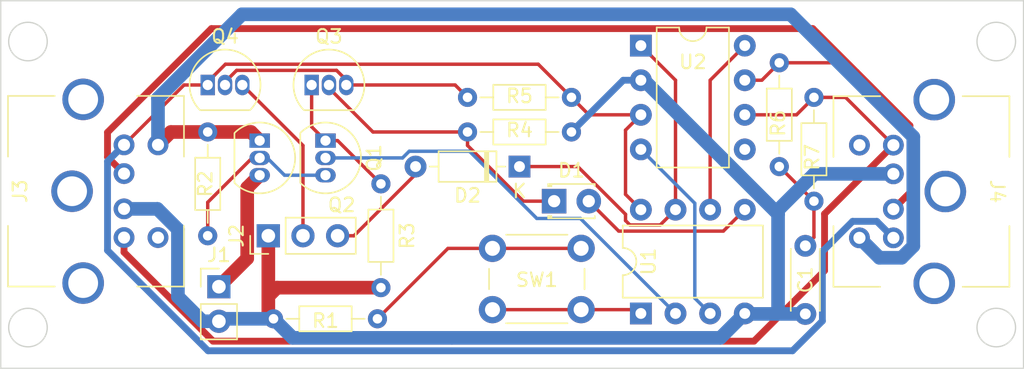
<source format=kicad_pcb>
(kicad_pcb (version 20211014) (generator pcbnew)
  (layers (0 "F.Cu" signal) (31 "B.Cu" signal) (34 "B.Paste" user) (35 "F.Paste" user) (36 "B.SilkS" user "B.Silkscreen") (37 "F.SilkS" user "F.Silkscreen") (38 "B.Mask" user) (39 "F.Mask" user) (44 "Edge.Cuts" user))
  (net 0 "")
  (net 1 "Net-(C1-Pad1)")
  (net 2 "SENSOR_SW")
  (net 3 "Net-(D2-Pad1)")
  (net 4 "SENSOR_OUT")
  (net 5 "GND")
  (net 6 "Net-(J2-Pad2)")
  (net 7 "Net-(Q1-Pad1)")
  (net 8 "OUTLET_SW")
  (net 9 "Net-(Q1-Pad3)")
  (net 10 "+12V")
  (net 11 "Net-(Q3-Pad3)")
  (net 12 "+5V")
  (net 13 "Net-(R1-Pad1)")
  (net 14 "CANH")
  (net 15 "CANL")
  (net 16 "Net-(SW1-Pad1)")
  (net 17 "Net-(U1-Pad3)")
  (net 18 "Net-(U1-Pad6)")
  (net 20 "Net-(D1-Pad2)")
  (net 21 "Net-(J1-Pad1)")
  (footprint "Connector_PinHeader_2.54mm:PinHeader_1x03_P2.54mm_Vertical" (layer "F.Cu") (at 47.625 48.26 90)
    (fp_text reference "J2" (at 0 -2.33 90) (layer "F.SilkS"))
    (fp_text value "Sensor")
    (fp_line (start -1.33 6.41) (end 1.33 6.41) (layer "F.SilkS") (width 0.12))
    (fp_line (start -1.33 0) (end -1.33 -1.33) (layer "F.SilkS") (width 0.12))
    (fp_line (start 1.33 1.27) (end 1.33 6.41) (layer "F.SilkS") (width 0.12))
    (fp_line (start -1.33 -1.33) (end 0 -1.33) (layer "F.SilkS") (width 0.12))
    (fp_line (start -1.33 1.27) (end -1.33 6.41) (layer "F.SilkS") (width 0.12))
    (fp_line (start -1.33 1.27) (end 1.33 1.27) (layer "F.SilkS") (width 0.12))
    (pad "1" thru_hole rect (at 0 0 90) (size 1.7 1.7) (drill 1) (layers *.Cu *.Mask) (net 5 "GND"))
    (pad "2" thru_hole oval (at 0 2.54 90) (size 1.7 1.7) (drill 1) (layers *.Cu *.Mask) (net 6 "Net-(J2-Pad2)"))
    (pad "3" thru_hole oval (at 0 5.08 90) (size 1.7 1.7) (drill 1) (layers *.Cu *.Mask) (net 4 "SENSOR_OUT"))
  )
  (footprint "Package_DIP:DIP-8_W7.62mm" (layer "F.Cu") (at 74.94 53.965 90)
    (fp_text reference "U1" (at 3.81 0.56 90) (layer "F.SilkS"))
    (fp_text value "ATtiny85V-10P")
    (fp_line (start 6.46 8.95) (end 6.46 -1.33) (layer "F.SilkS") (width 0.12))
    (fp_line (start 1.16 -1.33) (end 1.16 8.95) (layer "F.SilkS") (width 0.12))
    (fp_line (start 2.81 -1.33) (end 1.16 -1.33) (layer "F.SilkS") (width 0.12))
    (fp_line (start 6.46 -1.33) (end 4.81 -1.33) (layer "F.SilkS") (width 0.12))
    (fp_line (start 1.16 8.95) (end 6.46 8.95) (layer "F.SilkS") (width 0.12))
    (fp_arc (start 4.81 -1.33) (mid 3.81 -0.33) (end 2.81 -1.33) (layer "F.SilkS") (width 0.12))
    (pad "1" thru_hole rect (at 0 0 90) (size 1.6 1.6) (drill 0.8) (layers *.Cu *.Mask) (net 16 "Net-(SW1-Pad1)"))
    (pad "2" thru_hole oval (at 0 2.54 90) (size 1.6 1.6) (drill 0.8) (layers *.Cu *.Mask) (net 8 "OUTLET_SW"))
    (pad "3" thru_hole oval (at 0 5.08 90) (size 1.6 1.6) (drill 0.8) (layers *.Cu *.Mask) (net 17 "Net-(U1-Pad3)"))
    (pad "4" thru_hole oval (at 0 7.62 90) (size 1.6 1.6) (drill 0.8) (layers *.Cu *.Mask) (net 5 "GND"))
    (pad "5" thru_hole oval (at 7.62 7.62 90) (size 1.6 1.6) (drill 0.8) (layers *.Cu *.Mask) (net 20 "Net-(D1-Pad2)"))
    (pad "6" thru_hole oval (at 7.62 5.08 90) (size 1.6 1.6) (drill 0.8) (layers *.Cu *.Mask) (net 18 "Net-(U1-Pad6)"))
    (pad "7" thru_hole oval (at 7.62 2.54 90) (size 1.6 1.6) (drill 0.8) (layers *.Cu *.Mask) (net 3 "Net-(D2-Pad1)"))
    (pad "8" thru_hole oval (at 7.62 0 90) (size 1.6 1.6) (drill 0.8) (layers *.Cu *.Mask) (net 12 "+5V"))
  )
  (footprint "Package_TO_SOT_THT:TO-92_Inline" (layer "F.Cu") (at 46.99 41.275 -90)
    (fp_text reference "Q2" (at 4.725 -6.01 180) (layer "F.SilkS"))
    (fp_text value "S8550")
    (fp_line (start -0.53 1.85) (end 3.07 1.85) (layer "F.SilkS") (width 0.12))
    (fp_arc (start 1.27 -2.6) (mid 3.672087 -0.994977) (end 3.108478 1.838478) (layer "F.SilkS") (width 0.12))
    (fp_arc (start -0.568478 1.838478) (mid -1.132087 -0.994977) (end 1.27 -2.6) (layer "F.SilkS") (width 0.12))
    (pad "1" thru_hole rect (at 0 0 270) (size 1.05 1.5) (drill 0.75) (layers *.Cu *.Mask) (net 10 "+12V"))
    (pad "2" thru_hole oval (at 1.27 0 270) (size 1.05 1.5) (drill 0.75) (layers *.Cu *.Mask) (net 9 "Net-(Q1-Pad3)"))
    (pad "3" thru_hole oval (at 2.54 0 270) (size 1.05 1.5) (drill 0.75) (layers *.Cu *.Mask) (net 21 "Net-(J1-Pad1)"))
  )
  (footprint "Footprints:Connector_MiniDIN_6" (layer "F.Cu") (at 97.265 45.01 -90)
    (fp_text reference "J4" (at 0 -3.81 -90 unlocked) (layer "F.SilkS"))
    (fp_text value "Mini-DIN-6")
    (fp_line (start 2.54 -4.699) (end 6.9977 -4.699) (layer "F.SilkS") (width 0.12))
    (fp_line (start 6.9977 8.2042) (end 2.54 8.2042) (layer "F.SilkS") (width 0.12))
    (fp_line (start 6.9977 8.2042) (end 6.9977 4.7752) (layer "F.SilkS") (width 0.12))
    (fp_line (start -6.9977 8.2042) (end -6.9977 4.7752) (layer "F.SilkS") (width 0.12))
    (fp_line (start -2.54 -4.699) (end -6.9977 -4.699) (layer "F.SilkS") (width 0.12))
    (fp_line (start 6.9977 -1.27) (end 6.9977 -4.699) (layer "F.SilkS") (width 0.12))
    (fp_line (start -2.54 8.2042) (end -6.9977 8.2042) (layer "F.SilkS") (width 0.12))
    (fp_line (start -6.9977 -1.27) (end -6.9977 -4.699) (layer "F.SilkS") (width 0.12))
    (pad "" thru_hole circle (at 0 0 270) (size 3.048 3.048) (drill 2.1844) (layers *.Cu *.Mask))
    (pad "" thru_hole circle (at 6.7437 0.8128 270) (size 3.048 3.048) (drill 2.1844) (layers *.Cu *.Mask))
    (pad "" thru_hole circle (at -6.7437 0.8128 270) (size 3.048 3.048) (drill 2.1844) (layers *.Cu *.Mask))
    (pad "1" thru_hole circle (at -1.2954 3.81 270) (size 1.524 1.524) (drill 0.889) (layers *.Cu *.Mask) (net 5 "GND"))
    (pad "2" thru_hole circle (at 1.2954 3.81 270) (size 1.524 1.524) (drill 0.889) (layers *.Cu *.Mask) (net 14 "CANH"))
    (pad "3" thru_hole circle (at -3.4036 3.81 270) (size 1.524 1.524) (drill 0.889) (layers *.Cu *.Mask) (net 15 "CANL"))
    (pad "4" thru_hole circle (at 3.4036 3.81 270) (size 1.524 1.524) (drill 0.889) (layers *.Cu *.Mask) (net 12 "+5V"))
    (pad "5" thru_hole circle (at -3.4036 6.2992 270) (size 1.524 1.524) (drill 0.889) (layers *.Cu *.Mask))
    (pad "6" thru_hole circle (at 3.4036 6.2992 270) (size 1.524 1.524) (drill 0.889) (layers *.Cu *.Mask) (net 10 "+12V"))
  )
  (footprint "Button_Switch_THT:SW_PUSH_6mm" (layer "F.Cu") (at 70.56 53.685 180)
    (fp_text reference "SW1" (at 3.25 2.185) (layer "F.SilkS"))
    (fp_text value "SW_Reset")
    (fp_line (start 1 5.5) (end 5.5 5.5) (layer "F.SilkS") (width 0.12))
    (fp_line (start 6.75 3) (end 6.75 1.5) (layer "F.SilkS") (width 0.12))
    (fp_line (start -0.25 1.5) (end -0.25 3) (layer "F.SilkS") (width 0.12))
    (fp_line (start 5.5 -1) (end 1 -1) (layer "F.SilkS") (width 0.12))
    (pad "1" thru_hole circle (at 6.5 0 270) (size 2 2) (drill 1.1) (layers *.Cu *.Mask) (net 16 "Net-(SW1-Pad1)"))
    (pad "1" thru_hole circle (at 0 0 270) (size 2 2) (drill 1.1) (layers *.Cu *.Mask) (net 16 "Net-(SW1-Pad1)"))
    (pad "2" thru_hole circle (at 0 4.5 270) (size 2 2) (drill 1.1) (layers *.Cu *.Mask) (net 13 "Net-(R1-Pad1)"))
    (pad "2" thru_hole circle (at 6.5 4.5 270) (size 2 2) (drill 1.1) (layers *.Cu *.Mask) (net 13 "Net-(R1-Pad1)"))
  )
  (footprint "Package_DIP:DIP-8_W7.62mm" (layer "F.Cu") (at 74.94 34.3)
    (fp_text reference "U2" (at 3.81 1.2) (layer "F.SilkS"))
    (fp_text value "MCP2561-E-P")
    (fp_line (start 6.46 -1.33) (end 4.81 -1.33) (layer "F.SilkS") (width 0.12))
    (fp_line (start 2.81 -1.33) (end 1.16 -1.33) (layer "F.SilkS") (width 0.12))
    (fp_line (start 6.46 8.95) (end 6.46 -1.33) (layer "F.SilkS") (width 0.12))
    (fp_line (start 1.16 -1.33) (end 1.16 8.95) (layer "F.SilkS") (width 0.12))
    (fp_line (start 1.16 8.95) (end 6.46 8.95) (layer "F.SilkS") (width 0.12))
    (fp_arc (start 4.81 -1.33) (mid 3.81 -0.33) (end 2.81 -1.33) (layer "F.SilkS") (width 0.12))
    (pad "1" thru_hole rect (at 0 0) (size 1.6 1.6) (drill 0.8) (layers *.Cu *.Mask) (net 3 "Net-(D2-Pad1)"))
    (pad "2" thru_hole oval (at 0 2.54) (size 1.6 1.6) (drill 0.8) (layers *.Cu *.Mask) (net 5 "GND"))
    (pad "3" thru_hole oval (at 0 5.08) (size 1.6 1.6) (drill 0.8) (layers *.Cu *.Mask) (net 12 "+5V"))
    (pad "4" thru_hole oval (at 0 7.62) (size 1.6 1.6) (drill 0.8) (layers *.Cu *.Mask) (net 17 "Net-(U1-Pad3)"))
    (pad "5" thru_hole oval (at 7.62 7.62) (size 1.6 1.6) (drill 0.8) (layers *.Cu *.Mask))
    (pad "6" thru_hole oval (at 7.62 5.08) (size 1.6 1.6) (drill 0.8) (layers *.Cu *.Mask) (net 15 "CANL"))
    (pad "7" thru_hole oval (at 7.62 2.54) (size 1.6 1.6) (drill 0.8) (layers *.Cu *.Mask) (net 14 "CANH"))
    (pad "8" thru_hole oval (at 7.62 0) (size 1.6 1.6) (drill 0.8) (layers *.Cu *.Mask) (net 18 "Net-(U1-Pad6)"))
  )
  (footprint "Package_TO_SOT_THT:TO-92_Inline" (layer "F.Cu") (at 51.816 41.275 -90)
    (fp_text reference "Q1" (at 1.27 -3.56 90) (layer "F.SilkS"))
    (fp_text value "2N3904")
    (fp_line (start -0.53 1.85) (end 3.07 1.85) (layer "F.SilkS") (width 0.12))
    (fp_arc (start -0.568478 1.838478) (mid -1.132087 -0.994977) (end 1.27 -2.6) (layer "F.SilkS") (width 0.12))
    (fp_arc (start 1.27 -2.6) (mid 3.672087 -0.994977) (end 3.108478 1.838478) (layer "F.SilkS") (width 0.12))
    (pad "1" thru_hole rect (at 0 0 270) (size 1.05 1.5) (drill 0.75) (layers *.Cu *.Mask) (net 7 "Net-(Q1-Pad1)"))
    (pad "2" thru_hole oval (at 1.27 0 270) (size 1.05 1.5) (drill 0.75) (layers *.Cu *.Mask) (net 8 "OUTLET_SW"))
    (pad "3" thru_hole oval (at 2.54 0 270) (size 1.05 1.5) (drill 0.75) (layers *.Cu *.Mask) (net 9 "Net-(Q1-Pad3)"))
  )
  (footprint "Resistor_THT:R_Axial_DIN0204_L3.6mm_D1.6mm_P7.62mm_Horizontal" (layer "F.Cu") (at 87.63 45.72 90)
    (fp_text reference "R7" (at 3.22 -0.13 90) (layer "F.SilkS"))
    (fp_text value "60")
    (fp_line (start 1.89 0.92) (end 5.73 0.92) (layer "F.SilkS") (width 0.12))
    (fp_line (start 5.73 0.92) (end 5.73 -0.92) (layer "F.SilkS") (width 0.12))
    (fp_line (start 0.94 0) (end 1.89 0) (layer "F.SilkS") (width 0.12))
    (fp_line (start 1.89 -0.92) (end 1.89 0.92) (layer "F.SilkS") (width 0.12))
    (fp_line (start 6.68 0) (end 5.73 0) (layer "F.SilkS") (width 0.12))
    (fp_line (start 5.73 -0.92) (end 1.89 -0.92) (layer "F.SilkS") (width 0.12))
    (pad "1" thru_hole circle (at 0 0 90) (size 1.4 1.4) (drill 0.7) (layers *.Cu *.Mask) (net 1 "Net-(C1-Pad1)"))
    (pad "2" thru_hole oval (at 7.62 0 90) (size 1.4 1.4) (drill 0.7) (layers *.Cu *.Mask) (net 15 "CANL"))
  )
  (footprint "Resistor_THT:R_Axial_DIN0204_L3.6mm_D1.6mm_P7.62mm_Horizontal" (layer "F.Cu") (at 85.09 35.56 -90)
    (fp_text reference "R6" (at 4.44 0.09 90) (layer "F.SilkS"))
    (fp_text value "60")
    (fp_line (start 5.73 0.92) (end 5.73 -0.92) (layer "F.SilkS") (width 0.12))
    (fp_line (start 6.68 0) (end 5.73 0) (layer "F.SilkS") (width 0.12))
    (fp_line (start 1.89 -0.92) (end 1.89 0.92) (layer "F.SilkS") (width 0.12))
    (fp_line (start 0.94 0) (end 1.89 0) (layer "F.SilkS") (width 0.12))
    (fp_line (start 1.89 0.92) (end 5.73 0.92) (layer "F.SilkS") (width 0.12))
    (fp_line (start 5.73 -0.92) (end 1.89 -0.92) (layer "F.SilkS") (width 0.12))
    (pad "1" thru_hole circle (at 0 0 270) (size 1.4 1.4) (drill 0.7) (layers *.Cu *.Mask) (net 14 "CANH"))
    (pad "2" thru_hole oval (at 7.62 0 270) (size 1.4 1.4) (drill 0.7) (layers *.Cu *.Mask) (net 1 "Net-(C1-Pad1)"))
  )
  (footprint "LED_THT:LED_D1.8mm_W3.3mm_H2.4mm" (layer "F.Cu") (at 68.58 45.72)
    (fp_text reference "D1" (at 1.27 -2.26) (layer "F.SilkS"))
    (fp_text value "LED")
    (fp_line (start -0.44 1.08) (end -0.44 1.26) (layer "F.SilkS") (width 0.12))
    (fp_line (start 2.98 1.095) (end 2.98 1.26) (layer "F.SilkS") (width 0.12))
    (fp_line (start -0.44 -1.26) (end 2.98 -1.26) (layer "F.SilkS") (width 0.12))
    (fp_line (start -0.32 -1.26) (end -0.32 -1.08) (layer "F.SilkS") (width 0.12))
    (fp_line (start -0.2 1.08) (end -0.2 1.26) (layer "F.SilkS") (width 0.12))
    (fp_line (start -0.44 1.26) (end 2.98 1.26) (layer "F.SilkS") (width 0.12))
    (fp_line (start -0.2 -1.26) (end -0.2 -1.08) (layer "F.SilkS") (width 0.12))
    (fp_line (start -0.32 1.08) (end -0.32 1.26) (layer "F.SilkS") (width 0.12))
    (fp_line (start 2.98 -1.26) (end 2.98 -1.095) (layer "F.SilkS") (width 0.12))
    (fp_line (start -0.44 -1.26) (end -0.44 -1.08) (layer "F.SilkS") (width 0.12))
    (pad "1" thru_hole rect (at 0 0) (size 1.8 1.8) (drill 0.9) (layers *.Cu *.Mask) (net 2 "SENSOR_SW"))
    (pad "2" thru_hole circle (at 2.54 0) (size 1.8 1.8) (drill 0.9) (layers *.Cu *.Mask) (net 20 "Net-(D1-Pad2)"))
  )
  (footprint "Resistor_THT:R_Axial_DIN0204_L3.6mm_D1.6mm_P7.62mm_Horizontal" (layer "F.Cu") (at 62.23 40.64)
    (fp_text reference "R4" (at 3.81 -0.14) (layer "F.SilkS"))
    (fp_text value "1k")
    (fp_line (start 1.89 -0.92) (end 1.89 0.92) (layer "F.SilkS") (width 0.12))
    (fp_line (start 5.73 0.92) (end 5.73 -0.92) (layer "F.SilkS") (width 0.12))
    (fp_line (start 6.68 0) (end 5.73 0) (layer "F.SilkS") (width 0.12))
    (fp_line (start 1.89 0.92) (end 5.73 0.92) (layer "F.SilkS") (width 0.12))
    (fp_line (start 0.94 0) (end 1.89 0) (layer "F.SilkS") (width 0.12))
    (fp_line (start 5.73 -0.92) (end 1.89 -0.92) (layer "F.SilkS") (width 0.12))
    (pad "1" thru_hole circle (at 0 0) (size 1.4 1.4) (drill 0.7) (layers *.Cu *.Mask) (net 2 "SENSOR_SW"))
    (pad "2" thru_hole oval (at 7.62 0) (size 1.4 1.4) (drill 0.7) (layers *.Cu *.Mask) (net 5 "GND"))
  )
  (footprint "Package_TO_SOT_THT:TO-92_Inline" (layer "F.Cu") (at 50.8 37.19)
    (fp_text reference "Q3" (at 1.27 -3.56) (layer "F.SilkS"))
    (fp_text value "2N3904")
    (fp_line (start -0.53 1.85) (end 3.07 1.85) (layer "F.SilkS") (width 0.12))
    (fp_arc (start -0.568478 1.838478) (mid -1.132087 -0.994977) (end 1.27 -2.6) (layer "F.SilkS") (width 0.12))
    (fp_arc (start 1.27 -2.6) (mid 3.672087 -0.994977) (end 3.108478 1.838478) (layer "F.SilkS") (width 0.12))
    (pad "1" thru_hole rect (at 0 0) (size 1.05 1.5) (drill 0.75) (layers *.Cu *.Mask) (net 7 "Net-(Q1-Pad1)"))
    (pad "2" thru_hole oval (at 1.27 0) (size 1.05 1.5) (drill 0.75) (layers *.Cu *.Mask) (net 2 "SENSOR_SW"))
    (pad "3" thru_hole oval (at 2.54 0) (size 1.05 1.5) (drill 0.75) (layers *.Cu *.Mask) (net 11 "Net-(Q3-Pad3)"))
  )
  (footprint "Package_TO_SOT_THT:TO-92_Inline" (layer "F.Cu") (at 43.18 37.19)
    (fp_text reference "Q4" (at 1.27 -3.56) (layer "F.SilkS"))
    (fp_text value "S8550")
    (fp_line (start -0.53 1.85) (end 3.07 1.85) (layer "F.SilkS") (width 0.12))
    (fp_arc (start -0.568478 1.838478) (mid -1.132087 -0.994977) (end 1.27 -2.6) (layer "F.SilkS") (width 0.12))
    (fp_arc (start 1.27 -2.6) (mid 3.672087 -0.994977) (end 3.108478 1.838478) (layer "F.SilkS") (width 0.12))
    (pad "1" thru_hole rect (at 0 0) (size 1.05 1.5) (drill 0.75) (layers *.Cu *.Mask) (net 12 "+5V"))
    (pad "2" thru_hole oval (at 1.27 0) (size 1.05 1.5) (drill 0.75) (layers *.Cu *.Mask) (net 11 "Net-(Q3-Pad3)"))
    (pad "3" thru_hole oval (at 2.54 0) (size 1.05 1.5) (drill 0.75) (layers *.Cu *.Mask) (net 6 "Net-(J2-Pad2)"))
  )
  (footprint "Resistor_THT:R_Axial_DIN0204_L3.6mm_D1.6mm_P7.62mm_Horizontal" (layer "F.Cu") (at 55.88 44.45 -90)
    (fp_text reference "R3" (at 3.81 -1.92 90) (layer "F.SilkS"))
    (fp_text value "300")
    (fp_line (start 5.73 -0.92) (end 1.89 -0.92) (layer "F.SilkS") (width 0.12))
    (fp_line (start 5.73 0.92) (end 5.73 -0.92) (layer "F.SilkS") (width 0.12))
    (fp_line (start 1.89 -0.92) (end 1.89 0.92) (layer "F.SilkS") (width 0.12))
    (fp_line (start 1.89 0.92) (end 5.73 0.92) (layer "F.SilkS") (width 0.12))
    (fp_line (start 6.68 0) (end 5.73 0) (layer "F.SilkS") (width 0.12))
    (fp_line (start 0.94 0) (end 1.89 0) (layer "F.SilkS") (width 0.12))
    (pad "1" thru_hole circle (at 0 0 270) (size 1.4 1.4) (drill 0.7) (layers *.Cu *.Mask) (net 7 "Net-(Q1-Pad1)"))
    (pad "2" thru_hole oval (at 7.62 0 270) (size 1.4 1.4) (drill 0.7) (layers *.Cu *.Mask) (net 5 "GND"))
  )
  (footprint "Resistor_THT:R_Axial_DIN0204_L3.6mm_D1.6mm_P7.62mm_Horizontal" (layer "F.Cu") (at 62.23 38.1)
    (fp_text reference "R5" (at 3.81 -0.1) (layer "F.SilkS"))
    (fp_text value "10k")
    (fp_line (start 5.73 0.92) (end 5.73 -0.92) (layer "F.SilkS") (width 0.12))
    (fp_line (start 1.89 0.92) (end 5.73 0.92) (layer "F.SilkS") (width 0.12))
    (fp_line (start 6.68 0) (end 5.73 0) (layer "F.SilkS") (width 0.12))
    (fp_line (start 0.94 0) (end 1.89 0) (layer "F.SilkS") (width 0.12))
    (fp_line (start 5.73 -0.92) (end 1.89 -0.92) (layer "F.SilkS") (width 0.12))
    (fp_line (start 1.89 -0.92) (end 1.89 0.92) (layer "F.SilkS") (width 0.12))
    (pad "1" thru_hole circle (at 0 0) (size 1.4 1.4) (drill 0.7) (layers *.Cu *.Mask) (net 11 "Net-(Q3-Pad3)"))
    (pad "2" thru_hole oval (at 7.62 0) (size 1.4 1.4) (drill 0.7) (layers *.Cu *.Mask) (net 12 "+5V"))
  )
  (footprint "Connector_PinHeader_2.54mm:PinHeader_1x02_P2.54mm_Vertical" (layer "F.Cu") (at 44 52)
    (fp_text reference "J1" (at 0 -2.33) (layer "F.SilkS"))
    (fp_text value "Conn_01x02_Male")
    (fp_line (start 1.33 1.27) (end 1.33 3.87) (layer "F.SilkS") (width 0.12))
    (fp_line (start -1.33 1.27) (end -1.33 3.87) (layer "F.SilkS") (width 0.12))
    (fp_line (start -1.33 -1.33) (end 0 -1.33) (layer "F.SilkS") (width 0.12))
    (fp_line (start -1.33 0) (end -1.33 -1.33) (layer "F.SilkS") (width 0.12))
    (fp_line (start -1.33 1.27) (end 1.33 1.27) (layer "F.SilkS") (width 0.12))
    (fp_line (start -1.33 3.87) (end 1.33 3.87) (layer "F.SilkS") (width 0.12))
    (pad "1" thru_hole rect (at 0 0) (size 1.7 1.7) (drill 1) (layers *.Cu *.Mask) (net 21 "Net-(J1-Pad1)"))
    (pad "2" thru_hole oval (at 0 2.54) (size 1.7 1.7) (drill 1) (layers *.Cu *.Mask) (net 5 "GND"))
  )
  (footprint "Footprints:Connector_MiniDIN_6" (layer "F.Cu") (at 33.235 44.99 90)
    (fp_text reference "J3" (at 0 -3.81 90 unlocked) (layer "F.SilkS"))
    (fp_text value "Mini-DIN-6")
    (fp_line (start -2.54 -4.699) (end -6.9977 -4.699) (layer "F.SilkS") (width 0.12))
    (fp_line (start -6.9977 -1.27) (end -6.9977 -4.699) (layer "F.SilkS") (width 0.12))
    (fp_line (start -2.54 8.2042) (end -6.9977 8.2042) (layer "F.SilkS") (width 0.12))
    (fp_line (start -6.9977 8.2042) (end -6.9977 4.7752) (layer "F.SilkS") (width 0.12))
    (fp_line (start 6.9977 8.2042) (end 2.54 8.2042) (layer "F.SilkS") (width 0.12))
    (fp_line (start 6.9977 -1.27) (end 6.9977 -4.699) (layer "F.SilkS") (width 0.12))
    (fp_line (start 6.9977 8.2042) (end 6.9977 4.7752) (layer "F.SilkS") (width 0.12))
    (fp_line (start 2.54 -4.699) (end 6.9977 -4.699) (layer "F.SilkS") (width 0.12))
    (pad "" thru_hole circle (at 0 0 90) (size 3.048 3.048) (drill 2.1844) (layers *.Cu *.Mask))
    (pad "" thru_hole circle (at -6.7437 0.8128 90) (size 3.048 3.048) (drill 2.1844) (layers *.Cu *.Mask))
    (pad "" thru_hole circle (at 6.7437 0.8128 90) (size 3.048 3.048) (drill 2.1844) (layers *.Cu *.Mask))
    (pad "1" thru_hole circle (at -1.2954 3.81 90) (size 1.524 1.524) (drill 0.889) (layers *.Cu *.Mask) (net 5 "GND"))
    (pad "2" thru_hole circle (at 1.2954 3.81 90) (size 1.524 1.524) (drill 0.889) (layers *.Cu *.Mask) (net 14 "CANH"))
    (pad "3" thru_hole circle (at -3.4036 3.81 90) (size 1.524 1.524) (drill 0.889) (layers *.Cu *.Mask) (net 15 "CANL"))
    (pad "4" thru_hole circle (at 3.4036 3.81 90) (size 1.524 1.524) (drill 0.889) (layers *.Cu *.Mask) (net 12 "+5V"))
    (pad "5" thru_hole circle (at -3.4036 6.2992 90) (size 1.524 1.524) (drill 0.889) (layers *.Cu *.Mask))
    (pad "6" thru_hole circle (at 3.4036 6.2992 90) (size 1.524 1.524) (drill 0.889) (layers *.Cu *.Mask) (net 10 "+12V"))
  )
  (footprint "Resistor_THT:R_Axial_DIN0204_L3.6mm_D1.6mm_P7.62mm_Horizontal" (layer "F.Cu") (at 43.18 48.26 90)
    (fp_text reference "R2" (at 3.81 -0.18 90) (layer "F.SilkS"))
    (fp_text value "10k")
    (fp_line (start 5.73 0.92) (end 5.73 -0.92) (layer "F.SilkS") (width 0.12))
    (fp_line (start 1.89 0.92) (end 5.73 0.92) (layer "F.SilkS") (width 0.12))
    (fp_line (start 1.89 -0.92) (end 1.89 0.92) (layer "F.SilkS") (width 0.12))
    (fp_line (start 0.94 0) (end 1.89 0) (layer "F.SilkS") (width 0.12))
    (fp_line (start 5.73 -0.92) (end 1.89 -0.92) (layer "F.SilkS") (width 0.12))
    (fp_line (start 6.68 0) (end 5.73 0) (layer "F.SilkS") (width 0.12))
    (pad "1" thru_hole circle (at 0 0 90) (size 1.4 1.4) (drill 0.7) (layers *.Cu *.Mask) (net 9 "Net-(Q1-Pad3)"))
    (pad "2" thru_hole oval (at 7.62 0 90) (size 1.4 1.4) (drill 0.7) (layers *.Cu *.Mask) (net 10 "+12V"))
  )
  (footprint "Diode_THT:D_DO-35_SOD27_P7.62mm_Horizontal" (layer "F.Cu") (at 66.04 43.18 180)
    (fp_text reference "D2" (at 3.81 -2.12) (layer "F.SilkS"))
    (fp_text value "D")
    (fp_text user "K" (at 0 -1.8) (layer "F.SilkS"))
    (fp_line (start 1.04 0) (end 1.69 0) (layer "F.SilkS") (width 0.12))
    (fp_line (start 1.69 -1.12) (end 1.69 1.12) (layer "F.SilkS") (width 0.12))
    (fp_line (start 1.69 1.12) (end 5.93 1.12) (layer "F.SilkS") (width 0.12))
    (fp_line (start 2.53 -1.12) (end 2.53 1.12) (layer "F.SilkS") (width 0.12))
    (fp_line (start 6.58 0) (end 5.93 0) (layer "F.SilkS") (width 0.12))
    (fp_line (start 2.29 -1.12) (end 2.29 1.12) (layer "F.SilkS") (width 0.12))
    (fp_line (start 2.41 -1.12) (end 2.41 1.12) (layer "F.SilkS") (width 0.12))
    (fp_line (start 5.93 1.12) (end 5.93 -1.12) (layer "F.SilkS") (width 0.12))
    (fp_line (start 5.93 -1.12) (end 1.69 -1.12) (layer "F.SilkS") (width 0.12))
    (pad "1" thru_hole rect (at 0 0 180) (size 1.6 1.6) (drill 0.8) (layers *.Cu *.Mask) (net 3 "Net-(D2-Pad1)"))
    (pad "2" thru_hole oval (at 7.62 0 180) (size 1.6 1.6) (drill 0.8) (layers *.Cu *.Mask) (net 4 "SENSOR_OUT"))
  )
  (footprint "Capacitor_THT:C_Disc_D4.3mm_W1.9mm_P5.00mm" (layer "F.Cu") (at 87 49 -90)
    (fp_text reference "C1" (at 2.5 0 90) (layer "F.SilkS"))
    (fp_text value "4700pf")
    (fp_line (start 0.23 -1.07) (end 0.23 -1.055) (layer "F.SilkS") (width 0.12))
    (fp_line (start 0.23 1.07) (end 4.77 1.07) (layer "F.SilkS") (width 0.12))
    (fp_line (start 0.23 1.055) (end 0.23 1.07) (layer "F.SilkS") (width 0.12))
    (fp_line (start 4.77 1.055) (end 4.77 1.07) (layer "F.SilkS") (width 0.12))
    (fp_line (start 4.77 -1.07) (end 4.77 -1.055) (layer "F.SilkS") (width 0.12))
    (fp_line (start 0.23 -1.07) (end 4.77 -1.07) (layer "F.SilkS") (width 0.12))
    (pad "1" thru_hole circle (at 0 0 270) (size 1.6 1.6) (drill 0.8) (layers *.Cu *.Mask) (net 1 "Net-(C1-Pad1)"))
    (pad "2" thru_hole circle (at 5 0 270) (size 1.6 1.6) (drill 0.8) (layers *.Cu *.Mask) (net 5 "GND"))
  )
  (footprint "Resistor_THT:R_Axial_DIN0204_L3.6mm_D1.6mm_P7.62mm_Horizontal" (layer "F.Cu") (at 55.626 54.356 180)
    (fp_text reference "R1" (at 3.81 -0.144) (layer "F.SilkS"))
    (fp_text value "60k")
    (fp_line (start 5.73 0.92) (end 5.73 -0.92) (layer "F.SilkS") (width 0.12))
    (fp_line (start 1.89 -0.92) (end 1.89 0.92) (layer "F.SilkS") (width 0.12))
    (fp_line (start 6.68 0) (end 5.73 0) (layer "F.SilkS") (width 0.12))
    (fp_line (start 1.89 0.92) (end 5.73 0.92) (layer "F.SilkS") (width 0.12))
    (fp_line (start 0.94 0) (end 1.89 0) (layer "F.SilkS") (width 0.12))
    (fp_line (start 5.73 -0.92) (end 1.89 -0.92) (layer "F.SilkS") (width 0.12))
    (pad "1" thru_hole circle (at 0 0 180) (size 1.4 1.4) (drill 0.7) (layers *.Cu *.Mask) (net 13 "Net-(R1-Pad1)"))
    (pad "2" thru_hole oval (at 7.62 0 180) (size 1.4 1.4) (drill 0.7) (layers *.Cu *.Mask) (net 5 "GND"))
  )
  (gr_rect (start 28 31) (end 103 58) (layer "Edge.Cuts") (width 0.1) (fill none))
  (gr_circle (center 101 34) (end 102 35) (layer "Edge.Cuts") (width 0.1) (fill none))
  (gr_circle (center 30 34) (end 31 35) (layer "Edge.Cuts") (width 0.1) (fill none))
  (gr_circle (center 101 55) (end 102 56) (layer "Edge.Cuts") (width 0.1) (fill none))
  (gr_circle (center 30 55) (end 31 56) (layer "Edge.Cuts") (width 0.1) (fill none))
  (segment (start 87.63 48.37) (end 87 49) (width 0.25) (layer "F.Cu") (net 1))
  (segment (start 85.09 43.18) (end 87.63 45.72) (width 0.25) (layer "F.Cu") (net 1))
  (segment (start 87.63 45.72) (end 87.63 48.37) (width 0.25) (layer "F.Cu") (net 1))
  (segment (start 62.23 41.629949) (end 66.320051 45.72) (width 0.25) (layer "F.Cu") (net 2))
  (segment (start 62.23 40.64) (end 62.23 41.629949) (width 0.25) (layer "F.Cu") (net 2))
  (segment (start 52.07 37.415) (end 55.295 40.64) (width 0.25) (layer "F.Cu") (net 2))
  (segment (start 52.07 37.19) (end 52.07 37.415) (width 0.25) (layer "F.Cu") (net 2))
  (segment (start 66.320051 45.72) (end 68.58 45.72) (width 0.25) (layer "F.Cu") (net 2))
  (segment (start 55.295 40.64) (end 62.23 40.64) (width 0.25) (layer "F.Cu") (net 2))
  (segment (start 74.94 34.3) (end 77.48 36.84) (width 0.25) (layer "F.Cu") (net 3))
  (segment (start 74.139511 47.469511) (end 76.355489 47.469511) (width 0.25) (layer "F.Cu") (net 3))
  (segment (start 70.311721 43.18) (end 73.815489 46.683768) (width 0.25) (layer "F.Cu") (net 3))
  (segment (start 73.815489 47.145489) (end 74.139511 47.469511) (width 0.25) (layer "F.Cu") (net 3))
  (segment (start 77.48 36.84) (end 77.48 46.345) (width 0.25) (layer "F.Cu") (net 3))
  (segment (start 76.355489 47.469511) (end 77.48 46.345) (width 0.25) (layer "F.Cu") (net 3))
  (segment (start 66.04 43.18) (end 70.311721 43.18) (width 0.25) (layer "F.Cu") (net 3))
  (segment (start 73.815489 46.683768) (end 73.815489 47.145489) (width 0.25) (layer "F.Cu") (net 3))
  (segment (start 58.42 43.747081) (end 58.42 43.18) (width 0.25) (layer "F.Cu") (net 4))
  (segment (start 53.907081 48.26) (end 58.42 43.747081) (width 0.25) (layer "F.Cu") (net 4))
  (segment (start 52.705 48.26) (end 53.907081 48.26) (width 0.25) (layer "F.Cu") (net 4))
  (segment (start 55.88 52.07) (end 48.26 52.07) (width 1) (layer "F.Cu") (net 5))
  (segment (start 48.26 52.07) (end 47.625 52.705) (width 1) (layer "F.Cu") (net 5))
  (segment (start 47.625 48.26) (end 47.625 52.705) (width 1) (layer "F.Cu") (net 5))
  (segment (start 47.625 52.705) (end 47.625 53.975) (width 1) (layer "F.Cu") (net 5))
  (segment (start 47.625 53.975) (end 48.006 54.356) (width 1) (layer "F.Cu") (net 5))
  (segment (start 82.595 54) (end 82.56 53.965) (width 1) (layer "B.Cu") (net 5))
  (segment (start 44 54.54) (end 42.797919 54.54) (width 1) (layer "B.Cu") (net 5))
  (segment (start 74.94 36.84) (end 75.17563 36.84) (width 1) (layer "B.Cu") (net 5))
  (segment (start 74.94 36.84) (end 73.65 36.84) (width 0.5) (layer "B.Cu") (net 5))
  (segment (start 40.995711 47.788221) (end 39.49289 46.2854) (width 1) (layer "B.Cu") (net 5))
  (segment (start 75.17563 36.84) (end 85 46.66437) (width 1) (layer "B.Cu") (net 5))
  (segment (start 48.006 54.356) (end 49.405511 55.755511) (width 1) (layer "B.Cu") (net 5))
  (segment (start 42.797919 54.54) (end 40.995711 52.737792) (width 1) (layer "B.Cu") (net 5))
  (segment (start 73.65 36.84) (end 69.85 40.64) (width 0.5) (layer "B.Cu") (net 5))
  (segment (start 85 46.66437) (end 85 54) (width 1) (layer "B.Cu") (net 5))
  (segment (start 85 46.370791) (end 85 46.66437) (width 1) (layer "B.Cu") (net 5))
  (segment (start 49.405511 55.755511) (end 61.084489 55.755511) (width 1) (layer "B.Cu") (net 5))
  (segment (start 39.49289 46.2854) (end 37.045 46.2854) (width 1) (layer "B.Cu") (net 5))
  (segment (start 48.006 54.356) (end 44.184 54.356) (width 1) (layer "B.Cu") (net 5))
  (segment (start 87.656191 43.7146) (end 85 46.370791) (width 1) (layer "B.Cu") (net 5))
  (segment (start 93.455 43.7146) (end 87.656191 43.7146) (width 1) (layer "B.Cu") (net 5))
  (segment (start 61.084489 55.755511) (end 80.769489 55.755511) (width 1) (layer "B.Cu") (net 5))
  (segment (start 40.995711 52.737792) (end 40.995711 47.788221) (width 1) (layer "B.Cu") (net 5))
  (segment (start 87 54) (end 82.595 54) (width 1) (layer "B.Cu") (net 5))
  (segment (start 44.184 54.356) (end 44 54.54) (width 1) (layer "B.Cu") (net 5))
  (segment (start 80.769489 55.755511) (end 82.56 53.965) (width 1) (layer "B.Cu") (net 5))
  (segment (start 50.165 48.26) (end 50.165 41.635) (width 0.25) (layer "F.Cu") (net 6))
  (segment (start 50.165 41.635) (end 45.72 37.19) (width 0.25) (layer "F.Cu") (net 6))
  (segment (start 50.8 37.19) (end 50.8 40.259) (width 0.25) (layer "F.Cu") (net 7))
  (segment (start 55.88 44.45) (end 52.705 41.275) (width 0.25) (layer "F.Cu") (net 7))
  (segment (start 50.8 40.259) (end 51.816 41.275) (width 0.25) (layer "F.Cu") (net 7))
  (segment (start 52.705 41.275) (end 51.816 41.275) (width 0.25) (layer "F.Cu") (net 7))
  (segment (start 57.954211 42.055489) (end 62.375489 42.055489) (width 0.25) (layer "B.Cu") (net 8))
  (segment (start 51.816 42.545) (end 57.4647 42.545) (width 0.25) (layer "B.Cu") (net 8))
  (segment (start 62.375489 42.055489) (end 67.31 46.99) (width 0.25) (layer "B.Cu") (net 8))
  (segment (start 67.31 46.99) (end 70.505 46.99) (width 0.25) (layer "B.Cu") (net 8))
  (segment (start 70.505 46.99) (end 77.48 53.965) (width 0.25) (layer "B.Cu") (net 8))
  (segment (start 57.4647 42.545) (end 57.954211 42.055489) (width 0.25) (layer "B.Cu") (net 8))
  (segment (start 46.44 42.545) (end 43.18 45.805) (width 0.25) (layer "F.Cu") (net 9))
  (segment (start 43.18 45.805) (end 43.18 48.26) (width 0.25) (layer "F.Cu") (net 9))
  (segment (start 46.99 42.545) (end 46.44 42.545) (width 0.25) (layer "F.Cu") (net 9))
  (segment (start 46.99 42.545) (end 47.54 42.545) (width 0.25) (layer "B.Cu") (net 9))
  (segment (start 47.54 42.545) (end 48.81 43.815) (width 0.25) (layer "B.Cu") (net 9))
  (segment (start 48.81 43.815) (end 51.816 43.815) (width 0.25) (layer "B.Cu") (net 9))
  (segment (start 40.4806 40.64) (end 39.5342 41.5864) (width 1) (layer "F.Cu") (net 10))
  (segment (start 43.18 40.64) (end 46.355 40.64) (width 1) (layer "F.Cu") (net 10))
  (segment (start 46.355 40.64) (end 46.99 41.275) (width 1) (layer "F.Cu") (net 10))
  (segment (start 43.18 40.64) (end 40.4806 40.64) (width 1) (layer "F.Cu") (net 10))
  (segment (start 45.695978 32) (end 85.91549 32) (width 1) (layer "B.Cu") (net 10))
  (segment (start 94.060379 49.875111) (end 92.427311 49.875111) (width 1) (layer "B.Cu") (net 10))
  (segment (start 94.916511 49.018979) (end 94.060379 49.875111) (width 1) (layer "B.Cu") (net 10))
  (segment (start 92.427311 49.875111) (end 90.9658 48.4136) (width 1) (layer "B.Cu") (net 10))
  (segment (start 39.5342 41.5864) (end 39.5342 38.161778) (width 1) (layer "B.Cu") (net 10))
  (segment (start 94.916511 41.001021) (end 94.916511 49.018979) (width 1) (layer "B.Cu") (net 10))
  (segment (start 39.5342 38.161778) (end 45.695978 32) (width 1) (layer "B.Cu") (net 10))
  (segment (start 85.91549 32) (end 94.916511 41.001021) (width 1) (layer "B.Cu") (net 10))
  (segment (start 52.62548 36.11548) (end 53.34 36.83) (width 0.25) (layer "F.Cu") (net 11))
  (segment (start 45.29952 36.11548) (end 52.62548 36.11548) (width 0.25) (layer "F.Cu") (net 11))
  (segment (start 53.34 37.19) (end 61.32 37.19) (width 0.25) (layer "F.Cu") (net 11))
  (segment (start 61.32 37.19) (end 62.23 38.1) (width 0.25) (layer "F.Cu") (net 11))
  (segment (start 44.45 36.965) (end 45.29952 36.11548) (width 0.25) (layer "F.Cu") (net 11))
  (segment (start 53.34 36.83) (end 53.34 37.19) (width 0.25) (layer "F.Cu") (net 11))
  (segment (start 44.45 37.19) (end 44.45 36.965) (width 0.25) (layer "F.Cu") (net 11))
  (segment (start 43.18 37.19) (end 41.4414 37.19) (width 0.25) (layer "F.Cu") (net 12))
  (segment (start 73.815489 45.220489) (end 74.94 46.345) (width 0.25) (layer "F.Cu") (net 12))
  (segment (start 71.13 39.38) (end 74.94 39.38) (width 0.25) (layer "F.Cu") (net 12))
  (segment (start 43.18 36.965) (end 44.47904 35.66596) (width 0.25) (layer "F.Cu") (net 12))
  (segment (start 41.4414 37.19) (end 37.045 41.5864) (width 0.25) (layer "F.Cu") (net 12))
  (segment (start 73.815489 40.504511) (end 73.815489 45.220489) (width 0.25) (layer "F.Cu") (net 12))
  (segment (start 69.85 38.1) (end 71.13 39.38) (width 0.25) (layer "F.Cu") (net 12))
  (segment (start 67.41596 35.66596) (end 69.85 38.1) (width 0.25) (layer "F.Cu") (net 12))
  (segment (start 44.47904 35.66596) (end 67.41596 35.66596) (width 0.25) (layer "F.Cu") (net 12))
  (segment (start 74.94 39.38) (end 73.815489 40.504511) (width 0.25) (layer "F.Cu") (net 12))
  (segment (start 35.833489 42.797911) (end 37.045 41.5864) (width 0.5) (layer "B.Cu") (net 12))
  (segment (start 86.062045 56.705031) (end 43.205031 56.705031) (width 0.5) (layer "B.Cu") (net 12))
  (segment (start 88.249511 49.416553) (end 88.249511 54.517565) (width 0.5) (layer "B.Cu") (net 12))
  (segment (start 88.249511 54.517565) (end 86.062045 56.705031) (width 0.5) (layer "B.Cu") (net 12))
  (segment (start 35.833489 49.333489) (end 35.833489 42.797911) (width 0.5) (layer "B.Cu") (net 12))
  (segment (start 93.455 48.4136) (end 92.243489 47.202089) (width 0.5) (layer "B.Cu") (net 12))
  (segment (start 92.243489 47.202089) (end 90.463975 47.202089) (width 0.5) (layer "B.Cu") (net 12))
  (segment (start 90.463975 47.202089) (end 88.249511 49.416553) (width 0.5) (layer "B.Cu") (net 12))
  (segment (start 43.205031 56.705031) (end 35.833489 49.333489) (width 0.5) (layer "B.Cu") (net 12))
  (segment (start 64.06 49.185) (end 60.797 49.185) (width 0.25) (layer "F.Cu") (net 13))
  (segment (start 64.06 49.185) (end 70.56 49.185) (width 0.25) (layer "F.Cu") (net 13))
  (segment (start 60.797 49.185) (end 55.626 54.356) (width 0.25) (layer "F.Cu") (net 13))
  (segment (start 35.833489 42.483089) (end 37.045 43.6946) (width 0.5) (layer "F.Cu") (net 14))
  (segment (start 85.09 35.56) (end 90.06 35.56) (width 0.25) (layer "F.Cu") (net 14))
  (segment (start 87.550489 33.050489) (end 43.449511 33.050489) (width 0.5) (layer "F.Cu") (net 14))
  (segment (start 93.455 46.3054) (end 94.666511 45.093889) (width 0.5) (layer "F.Cu") (net 14))
  (segment (start 43.449511 33.050489) (end 35.833489 40.666511) (width 0.5) (layer "F.Cu") (net 14))
  (segment (start 94.666511 40.166511) (end 90.75 36.25) (width 0.5) (layer "F.Cu") (net 14))
  (segment (start 83.81 36.84) (end 85.09 35.56) (width 0.25) (layer "F.Cu") (net 14))
  (segment (start 90.75 36.25) (end 87.550489 33.050489) (width 0.5) (layer "F.Cu") (net 14))
  (segment (start 94.666511 45.093889) (end 94.666511 40.166511) (width 0.5) (layer "F.Cu") (net 14))
  (segment (start 90.06 35.56) (end 90.75 36.25) (width 0.25) (layer "F.Cu") (net 14))
  (segment (start 35.833489 40.666511) (end 35.833489 42.483089) (width 0.5) (layer "F.Cu") (net 14))
  (segment (start 82.56 36.84) (end 83.81 36.84) (width 0.25) (layer "F.Cu") (net 14))
  (segment (start 89.9486 38.1) (end 87.63 38.1) (width 0.25) (layer "F.Cu") (net 15))
  (segment (start 37.045 48.3936) (end 37.045 49.47123) (width 0.5) (layer "F.Cu") (net 15))
  (segment (start 37.045 49.47123) (end 43.57377 56) (width 0.5) (layer "F.Cu") (net 15))
  (segment (start 86.35 39.38) (end 87.63 38.1) (width 0.25) (layer "F.Cu") (net 15))
  (segment (start 88.408425 50.824499) (end 88.408425 46.652975) (width 0.5) (layer "F.Cu") (net 15))
  (segment (start 43.57377 56) (end 83.232924 56) (width 0.5) (layer "F.Cu") (net 15))
  (segment (start 83.232924 56) (end 88.408425 50.824499) (width 0.5) (layer "F.Cu") (net 15))
  (segment (start 88.408425 46.652975) (end 93.455 41.6064) (width 0.5) (layer "F.Cu") (net 15))
  (segment (start 82.56 39.38) (end 86.35 39.38) (width 0.25) (layer "F.Cu") (net 15))
  (segment (start 93.455 41.6064) (end 89.9486 38.1) (width 0.25) (layer "F.Cu") (net 15))
  (segment (start 74.66 53.685) (end 74.94 53.965) (width 0.25) (layer "F.Cu") (net 16))
  (segment (start 70.56 53.685) (end 64.06 53.685) (width 0.25) (layer "F.Cu") (net 16))
  (segment (start 70.56 53.685) (end 74.66 53.685) (width 0.25) (layer "F.Cu") (net 16))
  (segment (start 74.94 41.92) (end 78.895489 45.875489) (width 0.25) (layer "B.Cu") (net 17))
  (segment (start 78.895489 45.875489) (end 78.895489 52.840489) (width 0.25) (layer "B.Cu") (net 17))
  (segment (start 78.895489 52.840489) (end 80.02 53.965) (width 0.25) (layer "B.Cu") (net 17))
  (segment (start 82.56 34.3) (end 80.02 36.84) (width 0.25) (layer "F.Cu") (net 18))
  (segment (start 80.02 36.84) (end 80.02 46.345) (width 0.25) (layer "F.Cu") (net 18))
  (segment (start 80.985969 47.919031) (end 82.56 46.345) (width 0.25) (layer "F.Cu") (net 20))
  (segment (start 73.319031 47.919031) (end 80.985969 47.919031) (width 0.25) (layer "F.Cu") (net 20))
  (segment (start 71.12 45.72) (end 73.319031 47.919031) (width 0.25) (layer "F.Cu") (net 20))
  (segment (start 46.99 43.815) (end 46.075489 44.729511) (width 1) (layer "F.Cu") (net 21))
  (segment (start 46.075489 44.729511) (end 46.075489 49.924511) (width 1) (layer "F.Cu") (net 21))
  (segment (start 46.075489 49.924511) (end 44 52) (width 1) (layer "F.Cu") (net 21))
)
</source>
